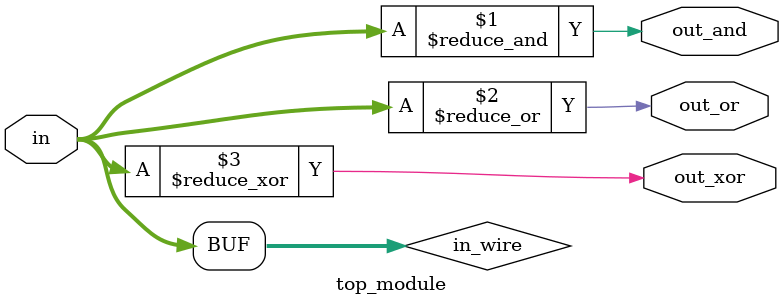
<source format=sv>
module top_module (
    input [3:0] in,
    output out_and,
    output out_or,
    output out_xor
);

wire [3:0] in_wire;
assign in_wire = in;

// Perform the logical AND operation on all bits of in[3:0]
assign out_and = &in_wire;

// Perform the logical OR operation on all bits of in[3:0]
assign out_or = |in_wire;

// Perform the logical XOR operation on all bits of in[3:0]
assign out_xor = ^in_wire;

endmodule

</source>
